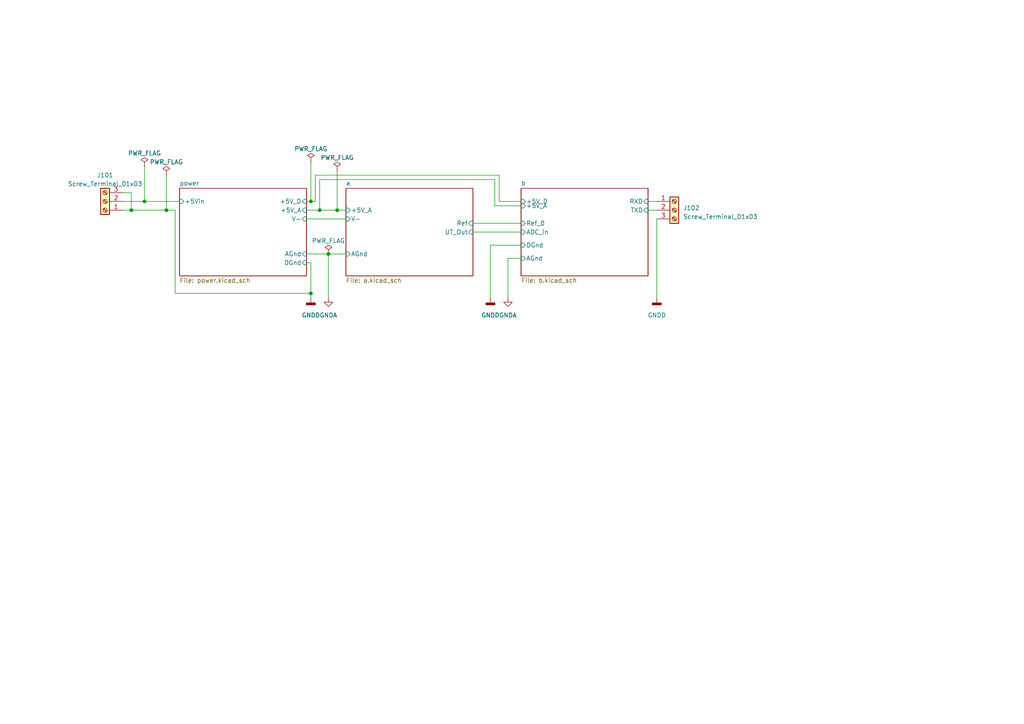
<source format=kicad_sch>
(kicad_sch (version 20230121) (generator eeschema)
  (paper "A4")
  (lib_symbols
    (symbol "Connector:Screw_Terminal_01x03" (pin_names (offset 1.016) hide)
      (property "Reference" "J" (at 0 5.08 0))
      (property "Value" "Screw_Terminal_01x03" (at 0 -5.08 0))
      (symbol "Screw_Terminal_01x03_1_1"
        (rectangle (start -1.27 3.81) (end 1.27 -3.81) (stroke (width 0.254)) (fill (type background)))
        (circle (center 0 -2.54) (radius 0.635) (stroke (width 0.1524)))
        (polyline (pts (xy -0.5334 -2.2098) (xy 0.3302 -3.048)) (stroke (width 0.1524)))
        (polyline (pts (xy -0.5334 0.3302) (xy 0.3302 -0.508)) (stroke (width 0.1524)))
        (polyline (pts (xy -0.5334 2.8702) (xy 0.3302 2.032)) (stroke (width 0.1524)))
        (polyline (pts (xy -0.3556 -2.032) (xy 0.508 -2.8702)) (stroke (width 0.1524)))
        (polyline (pts (xy -0.3556 0.508) (xy 0.508 -0.3302)) (stroke (width 0.1524)))
        (polyline (pts (xy -0.3556 3.048) (xy 0.508 2.2098)) (stroke (width 0.1524)))
        (circle (center 0 0) (radius 0.635) (stroke (width 0.1524)))
        (circle (center 0 2.54) (radius 0.635) (stroke (width 0.1524)))
        (pin passive line (at -5.08 2.54 0) (length 3.81) (name "Pin_1") (number "1"))
        (pin passive line (at -5.08 0 0) (length 3.81) (name "Pin_2") (number "2"))
        (pin passive line (at -5.08 -2.54 0) (length 3.81) (name "Pin_3") (number "3"))
      )
    )
    (symbol "power:GNDA" (power) (pin_names (offset 0))
      (property "Value" "GNDA" (at 0 -3.81 0))
      (symbol "GNDA_0_1"
        (polyline (pts (xy 0 0) (xy 0 -1.27) (xy 1.27 -1.27) (xy 0 -2.54) (xy -1.27 -1.27) (xy 0 -1.27)))
      )
      (symbol "GNDA_1_1"
        (pin power_in line (at 0 0 270) (length 0) hide (name "GNDA") (number "1"))
      )
    )
    (symbol "power:GNDD" (power) (pin_names (offset 0))
      (property "Value" "GNDD" (at 0 -3.175 0))
      (symbol "GNDD_0_1"
        (rectangle (start -1.27 -1.524) (end 1.27 -2.032) (stroke (width 0.254)) (fill (type outline)))
        (polyline (pts (xy 0 0) (xy 0 -1.524)))
      )
      (symbol "GNDD_1_1"
        (pin power_in line (at 0 0 270) (length 0) hide (name "GNDD") (number "1"))
      )
    )
    (symbol "power:PWR_FLAG" (power) (pin_numbers hide) (pin_names (offset 0) hide)
      (property "Value" "PWR_FLAG" (at 0 3.81 0))
      (symbol "PWR_FLAG_0_0"
        (pin power_out line (at 0 0 90) (length 0) (name "pwr") (number "1"))
      )
      (symbol "PWR_FLAG_0_1"
        (polyline (pts (xy 0 0) (xy 0 1.27) (xy -1.016 1.905) (xy 0 2.54) (xy 1.016 1.905) (xy 0 1.27)))
      )
    )
  )
  (junction (at 41.91 58.42))
  (junction (at 38.1 60.96))
  (junction (at 95.25 73.66))
  (junction (at 90.17 85.09))
  (junction (at 92.71 60.96))
  (junction (at 48.26 60.96))
  (junction (at 90.17 58.42))
  (junction (at 97.79 60.96))
  (wire (pts (xy 187.96 60.96) (xy 190.5 60.96)))
  (wire (pts (xy 38.1 55.88) (xy 38.1 60.96)))
  (wire (pts (xy 92.71 60.96) (xy 97.79 60.96)))
  (wire (pts (xy 35.56 58.42) (xy 41.91 58.42)))
  (wire (pts (xy 90.17 58.42) (xy 91.44 58.42)))
  (wire (pts (xy 97.79 49.53) (xy 97.79 60.96)))
  (wire (pts (xy 48.26 50.8) (xy 48.26 60.96)))
  (wire (pts (xy 88.9 60.96) (xy 92.71 60.96)))
  (wire (pts (xy 143.51 59.69) (xy 143.51 52.07)))
  (wire (pts (xy 41.91 58.42) (xy 52.07 58.42)))
  (wire (pts (xy 142.24 86.36) (xy 142.24 71.12)))
  (wire (pts (xy 144.78 50.8) (xy 144.78 58.42)))
  (wire (pts (xy 90.17 46.99) (xy 90.17 58.42)))
  (wire (pts (xy 88.9 63.5) (xy 100.33 63.5)))
  (wire (pts (xy 50.8 60.96) (xy 50.8 85.09)))
  (wire (pts (xy 91.44 50.8) (xy 144.78 50.8)))
  (wire (pts (xy 88.9 58.42) (xy 90.17 58.42)))
  (wire (pts (xy 187.96 58.42) (xy 190.5 58.42)))
  (wire (pts (xy 147.32 74.93) (xy 151.13 74.93)))
  (wire (pts (xy 35.56 55.88) (xy 38.1 55.88)))
  (wire (pts (xy 38.1 60.96) (xy 48.26 60.96)))
  (wire (pts (xy 48.26 60.96) (xy 50.8 60.96)))
  (wire (pts (xy 142.24 71.12) (xy 151.13 71.12)))
  (wire (pts (xy 143.51 52.07) (xy 92.71 52.07)))
  (wire (pts (xy 41.91 48.26) (xy 41.91 58.42)))
  (wire (pts (xy 95.25 73.66) (xy 95.25 86.36)))
  (wire (pts (xy 90.17 76.2) (xy 88.9 76.2)))
  (wire (pts (xy 190.5 63.5) (xy 190.5 86.36)))
  (wire (pts (xy 92.71 52.07) (xy 92.71 60.96)))
  (wire (pts (xy 144.78 58.42) (xy 151.13 58.42)))
  (wire (pts (xy 90.17 85.09) (xy 90.17 76.2)))
  (wire (pts (xy 88.9 73.66) (xy 95.25 73.66)))
  (wire (pts (xy 91.44 50.8) (xy 91.44 58.42)))
  (wire (pts (xy 90.17 86.36) (xy 90.17 85.09)))
  (wire (pts (xy 50.8 85.09) (xy 90.17 85.09)))
  (wire (pts (xy 97.79 60.96) (xy 100.33 60.96)))
  (wire (pts (xy 35.56 60.96) (xy 38.1 60.96)))
  (wire (pts (xy 137.16 67.31) (xy 151.13 67.31)))
  (wire (pts (xy 95.25 73.66) (xy 100.33 73.66)))
  (wire (pts (xy 147.32 86.36) (xy 147.32 74.93)))
  (wire (pts (xy 151.13 59.69) (xy 143.51 59.69)))
  (wire (pts (xy 137.16 64.77) (xy 151.13 64.77)))
  (symbol (lib_id "power:PWR_FLAG") (at 90.17 46.99 0) (unit 1)
    (property "Reference" "#FLG0103" (effects hide))
    (property "Value" "PWR_FLAG" (at 90.17 43.18 0))
  )
  (symbol (lib_id "power:GNDD") (at 190.5 86.36 0) (unit 1)
    (property "Reference" "#PWR0105" (effects hide))
    (property "Value" "GNDD" (at 190.5 91.44 0))
  )
  (symbol (lib_id "power:GNDD") (at 142.24 86.36 0) (unit 1)
    (property "Reference" "#PWR0103" (effects hide))
    (property "Value" "GNDD" (at 142.24 91.44 0))
  )
  (symbol (lib_id "power:PWR_FLAG") (at 97.79 49.53 0) (unit 1)
    (property "Reference" "#FLG0105" (effects hide))
    (property "Value" "PWR_FLAG" (at 97.79 45.72 0))
  )
  (symbol (lib_id "power:GNDD") (at 90.17 86.36 0) (unit 1)
    (property "Reference" "#PWR0101" (effects hide))
    (property "Value" "GNDD" (at 90.17 91.44 0))
  )
  (symbol (lib_id "power:GNDA") (at 147.32 86.36 0) (unit 1)
    (property "Reference" "#PWR0104" (effects hide))
    (property "Value" "GNDA" (at 147.32 91.44 0))
  )
  (symbol (lib_id "power:PWR_FLAG") (at 95.25 73.66 0) (unit 1)
    (property "Reference" "#FLG0104" (effects hide))
    (property "Value" "PWR_FLAG" (at 95.25 69.85 0))
  )
  (symbol (lib_id "Connector:Screw_Terminal_01x03") (at 30.48 58.42 180) (unit 1)
    (property "Reference" "J101" (at 30.48 50.8 0))
    (property "Value" "Screw_Terminal_01x03" (at 30.48 53.34 0))
    (property "Footprint" "TerminalBlock_Phoenix:TerminalBlock_Phoenix_MPT-0,5-3-2.54_1x03_P2.54mm_Horizontal" (effects hide))
  )
  (symbol (lib_id "power:PWR_FLAG") (at 48.26 50.8 0) (unit 1)
    (property "Reference" "#FLG0102" (effects hide))
    (property "Value" "PWR_FLAG" (at 48.26 46.99 0))
  )
  (symbol (lib_id "power:GNDA") (at 95.25 86.36 0) (unit 1)
    (property "Reference" "#PWR0102" (effects hide))
    (property "Value" "GNDA" (at 95.25 91.44 0))
  )
  (symbol (lib_id "Connector:Screw_Terminal_01x03") (at 195.58 60.96 0) (unit 1)
    (property "Reference" "J102" (at 198.12 60.325 0) (effects (justify left)))
    (property "Value" "Screw_Terminal_01x03" (at 198.12 62.865 0) (effects (justify left)))
    (property "Footprint" "TerminalBlock_Phoenix:TerminalBlock_Phoenix_MPT-0,5-3-2.54_1x03_P2.54mm_Horizontal" (effects hide))
  )
  (symbol (lib_id "power:PWR_FLAG") (at 41.91 48.26 0) (unit 1)
    (property "Reference" "#FLG0101" (effects hide))
    (property "Value" "PWR_FLAG" (at 41.91 44.45 0))
  )
  (sheet (at 100.33 54.61) (size 36.83 25.4) (stroke (width 0.1524))
    (property "Sheetname" "a" (at 100.33 53.8984 0) (effects (justify left bottom)))
    (property "Sheetfile" "a.kicad_sch" (at 100.33 80.5946 0) (effects (justify left top)))
    (pin "V-" input (at 100.33 63.5 180))
    (pin "AGnd" input (at 100.33 73.66 180))
    (pin "+5V_A" input (at 100.33 60.96 180))
    (pin "Ref" input (at 137.16 64.77 0))
    (pin "UT_Out" input (at 137.16 67.31 0))
  )
  (sheet (at 151.13 54.61) (size 36.83 25.4) (stroke (width 0.1524))
    (property "Sheetname" "b" (at 151.13 53.8984 0) (effects (justify left bottom)))
    (property "Sheetfile" "b.kicad_sch" (at 151.13 80.5946 0) (effects (justify left top)))
    (pin "RXD" input (at 187.96 58.42 0))
    (pin "TXD" input (at 187.96 60.96 0))
    (pin "AGnd" input (at 151.13 74.93 180))
    (pin "DGnd" input (at 151.13 71.12 180))
    (pin "+5V_D" input (at 151.13 58.42 180))
    (pin "ADC_in" input (at 151.13 67.31 180))
    (pin "Ref_0" input (at 151.13 64.77 180))
    (pin "+5V_A" input (at 151.13 59.69 180))
  )
  (sheet (at 52.07 54.61) (size 36.83 25.4) (stroke (width 0.1524))
    (property "Sheetname" "power" (at 52.07 53.8984 0) (effects (justify left bottom)))
    (property "Sheetfile" "power.kicad_sch" (at 52.07 80.5946 0) (effects (justify left top)))
    (pin "+5V_D" input (at 88.9 58.42 0))
    (pin "+5V_A" input (at 88.9 60.96 0))
    (pin "V-" input (at 88.9 63.5 0))
    (pin "AGnd" input (at 88.9 73.66 0))
    (pin "DGnd" input (at 88.9 76.2 0))
    (pin "+5Vin" input (at 52.07 58.42 180))
  )
)
</source>
